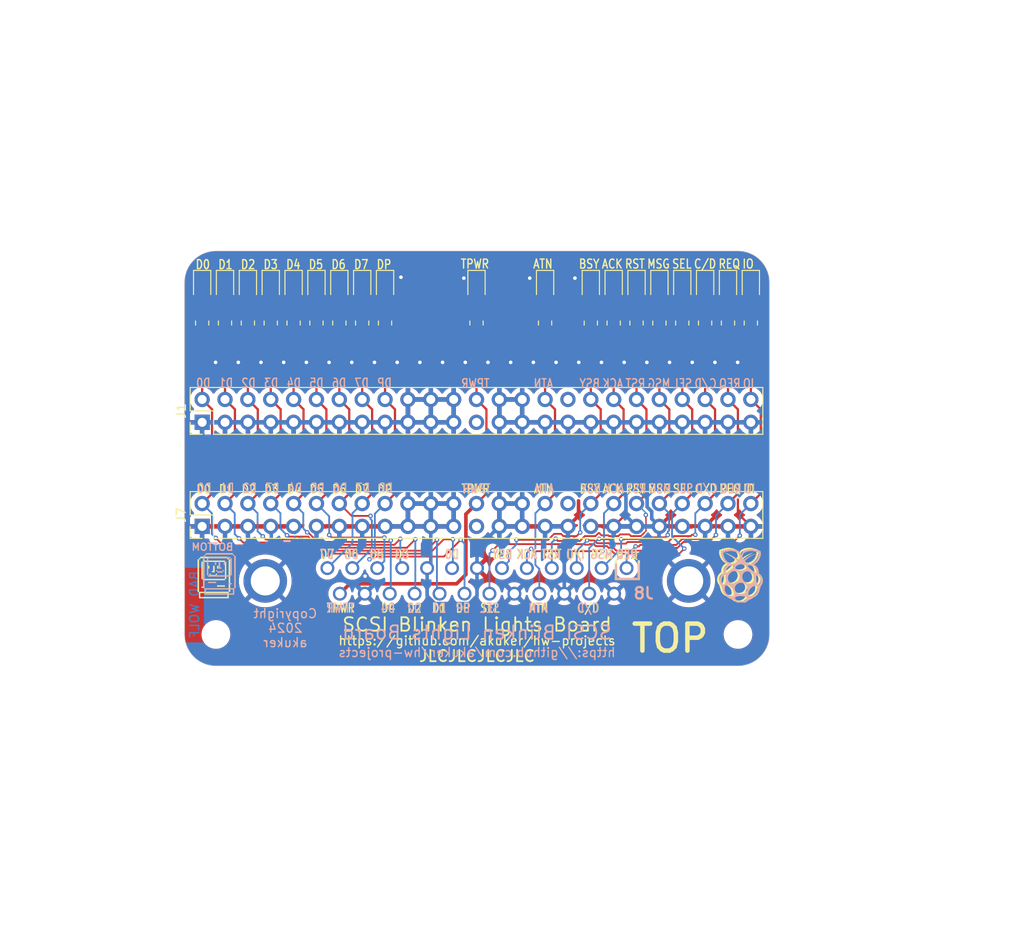
<source format=kicad_pcb>
(kicad_pcb (version 20240108) (generator "pcbnew") (generator_version "8.0")
  (layers (0 "F.Cu" signal "Top") (31 "B.Cu" signal "Bottom") (34 "B.Paste" user) (35 "F.Paste" user) (36 "B.SilkS" user "B.Silkscreen") (37 "F.SilkS" user "F.Silkscreen") (38 "B.Mask" user) (39 "F.Mask" user) (44 "Edge.Cuts" user))
  (net 0 "")
  (net 1 "GND")
  (net 2 "C-REQ")
  (net 3 "C-MSG")
  (net 4 "C-BSY")
  (net 5 "C-SEL")
  (net 6 "C-RST")
  (net 7 "C-ACK")
  (net 8 "C-ATN")
  (net 9 "C-DP")
  (net 10 "C-D0")
  (net 11 "C-D1")
  (net 12 "C-D2")
  (net 13 "C-D3")
  (net 14 "C-D4")
  (net 15 "C-D5")
  (net 16 "C-D6")
  (net 17 "C-D7")
  (net 18 "C-I_O")
  (net 19 "C-C_D")
  (net 20 "TERMPOW")
  (net 21 "Net-(D1-A)")
  (net 22 "Net-(D2-A)")
  (net 23 "Net-(D3-A)")
  (net 24 "Net-(D4-A)")
  (net 25 "Net-(D5-A)")
  (net 26 "Net-(D6-A)")
  (net 27 "Net-(D7-A)")
  (net 28 "Net-(D8-A)")
  (net 29 "Net-(D9-A)")
  (net 30 "Net-(D12-A)")
  (net 31 "Net-(D13-A)")
  (net 32 "Net-(D14-A)")
  (net 33 "Net-(D15-A)")
  (net 34 "Net-(D16-A)")
  (net 35 "Net-(D17-A)")
  (net 36 "Net-(D18-A)")
  (net 37 "Net-(D19-A)")
  (net 38 "Net-(D20-A)")
  (net 39 "Net-(D21-A)")
  (footprint "Connector_PinHeader_2.54mm:PinHeader_2x25_P2.54mm_Vertical" (layer "F.Cu") (at 176.4665 82.9945 90)
    (property "Reference" "J7")
    (property "Value" "Conn_02x25_Odd_Even")
  )
  (footprint "MountingHole:MountingHole_2.7mm" (layer "F.Cu") (at 178 95)
    (property "Reference" "H5")
    (property "Value" "Hole4")
  )
  (footprint "MountingHole:MountingHole_2.7mm" (layer "F.Cu") (at 236 95)
    (property "Reference" "H6")
    (property "Value" "Hole6")
  )
  (footprint "SamacSys_Parts:mac_happy_small" (layer "F.Cu") (at 177.8 88.646)
    (property "Reference" "X1" (hide yes))
    (property "Value" "Mac" (hide yes))
  )
  (footprint "SamacSys_Parts:pi_logo" (layer "F.Cu") (at 236.093 88.392)
    (property "Reference" "X7" (hide yes))
    (property "Value" "Pi" (hide yes))
  )
  (footprint "Resistor_SMD:R_0805_2012Metric_Pad1.20x1.40mm_HandSolder" (layer "F.Cu") (at 219.6465 60.4 90)
    (property "Reference" "R14" (hide yes))
    (property "Value" "R_Small")
  )
  (footprint "Resistor_SMD:R_0805_2012Metric_Pad1.20x1.40mm_HandSolder" (layer "F.Cu") (at 194.2465 60.4 90)
    (property "Reference" "R8" (hide yes))
    (property "Value" "R_Small")
  )
  (footprint "Resistor_SMD:R_0805_2012Metric_Pad1.20x1.40mm_HandSolder" (layer "F.Cu") (at 206.9465 60.4 90)
    (property "Reference" "R12" (hide yes))
    (property "Value" "R_Small")
  )
  (footprint "LED_SMD:LED_0805_2012Metric" (layer "F.Cu") (at 222.1865 56.24 -90)
    (property "Reference" "D15" (hide yes))
    (property "Value" "LED_Small")
  )
  (footprint "LED_SMD:LED_0805_2012Metric" (layer "F.Cu") (at 196.7865 56.24 -90)
    (property "Reference" "D9" (hide yes))
    (property "Value" "LED_Small")
  )
  (footprint "LED_SMD:LED_0805_2012Metric" (layer "F.Cu") (at 181.5465 56.24 -90)
    (property "Reference" "D3" (hide yes))
    (property "Value" "LED_Small")
  )
  (footprint "LED_SMD:LED_0805_2012Metric" (layer "F.Cu") (at 206.9465 56.24 -90)
    (property "Reference" "D12" (hide yes))
    (property "Value" "LED_Small")
  )
  (footprint "Resistor_SMD:R_0805_2012Metric_Pad1.20x1.40mm_HandSolder" (layer "F.Cu") (at 227.2665 60.4 90)
    (property "Reference" "R17" (hide yes))
    (property "Value" "R_Small")
  )
  (footprint "LED_SMD:LED_0805_2012Metric" (layer "F.Cu") (at 194.2465 56.24 -90)
    (property "Reference" "D8" (hide yes))
    (property "Value" "LED_Small")
  )
  (footprint "Resistor_SMD:R_0805_2012Metric_Pad1.20x1.40mm_HandSolder" (layer "F.Cu") (at 222.1865 60.4 90)
    (property "Reference" "R15" (hide yes))
    (property "Value" "R_Small")
  )
  (footprint "LED_SMD:LED_0805_2012Metric" (layer "F.Cu") (at 237.4265 56.24 -90)
    (property "Reference" "D21" (hide yes))
    (property "Value" "LED_Small")
  )
  (footprint "Resistor_SMD:R_0805_2012Metric_Pad1.20x1.40mm_HandSolder" (layer "F.Cu") (at 176.4665 60.4 90)
    (property "Reference" "R1" (hide yes))
    (property "Value" "R_Small")
  )
  (footprint "Resistor_SMD:R_0805_2012Metric_Pad1.20x1.40mm_HandSolder" (layer "F.Cu") (at 186.6265 60.4 90)
    (property "Reference" "R5" (hide yes))
    (property "Value" "R_Small")
  )
  (footprint "LED_SMD:LED_0805_2012Metric" (layer "F.Cu") (at 227.2665 56.24 -90)
    (property "Reference" "D17" (hide yes))
    (property "Value" "LED_Small")
  )
  (footprint "Resistor_SMD:R_0805_2012Metric_Pad1.20x1.40mm_HandSolder" (layer "F.Cu") (at 232.3465 60.4 90)
    (property "Reference" "R19" (hide yes))
    (property "Value" "R_Small")
  )
  (footprint "LED_SMD:LED_0805_2012Metric" (layer "F.Cu") (at 189.1665 56.24 -90)
    (property "Reference" "D6" (hide yes))
    (property "Value" "LED_Small")
  )
  (footprint "LED_SMD:LED_0805_2012Metric" (layer "F.Cu") (at 224.7265 56.24 -90)
    (property "Reference" "D16" (hide yes))
    (property "Value" "LED_Small")
  )
  (footprint "Resistor_SMD:R_0805_2012Metric_Pad1.20x1.40mm_HandSolder" (layer "F.Cu") (at 191.7065 60.4 90)
    (property "Reference" "R7" (hide yes))
    (property "Value" "R_Small")
  )
  (footprint "LED_SMD:LED_0805_2012Metric" (layer "F.Cu") (at 186.6265 56.24 -90)
    (property "Reference" "D5" (hide yes))
    (property "Value" "LED_Small")
  )
  (footprint "LED_SMD:LED_0805_2012Metric" (layer "F.Cu") (at 176.4665 56.24 -90)
    (property "Reference" "D1" (hide yes))
    (property "Value" "LED_Small")
  )
  (footprint "LED_SMD:LED_0805_2012Metric" (layer "F.Cu") (at 219.6465 56.24 -90)
    (property "Reference" "D14" (hide yes))
    (property "Value" "LED_Small")
  )
  (footprint "LED_SMD:LED_0805_2012Metric" (layer "F.Cu") (at 179.0065 56.24 -90)
    (property "Reference" "D2" (hide yes))
    (property "Value" "LED_Small")
  )
  (footprint "LED_SMD:LED_0805_2012Metric" (layer "F.Cu") (at 184.0865 56.24 -90)
    (property "Reference" "D4" (hide yes))
    (property "Value" "LED_Small")
  )
  (footprint "Resistor_SMD:R_0805_2012Metric_Pad1.20x1.40mm_HandSolder" (layer "F.Cu") (at 184.0865 60.4 90)
    (property "Reference" "R4" (hide yes))
    (property "Value" "R_Small")
  )
  (footprint "LED_SMD:LED_0805_2012Metric" (layer "F.Cu") (at 232.3465 56.24 -90)
    (property "Reference" "D19" (hide yes))
    (property "Value" "LED_Small")
  )
  (footprint "LED_SMD:LED_0805_2012Metric" (layer "F.Cu") (at 214.5665 56.24 -90)
    (property "Reference" "D13" (hide yes))
    (property "Value" "LED_Small")
  )
  (footprint "Resistor_SMD:R_0805_2012Metric_Pad1.20x1.40mm_HandSolder" (layer "F.Cu") (at 179.0065 60.4 90)
    (property "Reference" "R2" (hide yes))
    (property "Value" "R_Small")
  )
  (footprint "Resistor_SMD:R_0805_2012Metric_Pad1.20x1.40mm_HandSolder" (layer "F.Cu") (at 234.8865 60.4 90)
    (property "Reference" "R20" (hide yes))
    (property "Value" "R_Small")
  )
  (footprint "Resistor_SMD:R_0805_2012Metric_Pad1.20x1.40mm_HandSolder" (layer "F.Cu") (at 229.8065 60.4 90)
    (property "Reference" "R18" (hide yes))
    (property "Value" "R_Small")
  )
  (footprint "LED_SMD:LED_0805_2012Metric" (layer "F.Cu") (at 191.7065 56.24 -90)
    (property "Reference" "D7" (hide yes))
    (property "Value" "LED_Small")
  )
  (footprint "Connector_PinHeader_2.54mm:PinHeader_2x25_P2.54mm_Vertical" (layer "F.Cu") (at 176.4665 71.43 90)
    (property "Reference" "J1")
    (property "Value" "Conn_02x25_Odd_Even")
  )
  (footprint "LED_SMD:LED_0805_2012Metric" (layer "F.Cu") (at 234.8865 56.24 -90)
    (property "Reference" "D20" (hide yes))
    (property "Value" "LED_Small")
  )
  (footprint "Resistor_SMD:R_0805_2012Metric_Pad1.20x1.40mm_HandSolder" (layer "F.Cu") (at 196.7865 60.4 90)
    (property "Reference" "R9" (hide yes))
    (property "Value" "R_Small")
  )
  (footprint "Resistor_SMD:R_0805_2012Metric_Pad1.20x1.40mm_HandSolder" (layer "F.Cu") (at 181.5465 60.4 90)
    (property "Reference" "R3" (hide yes))
    (property "Value" "R_Small")
  )
  (footprint "Resistor_SMD:R_0805_2012Metric_Pad1.20x1.40mm_HandSolder" (layer "F.Cu") (at 224.7265 60.4 90)
    (property "Reference" "R16" (hide yes))
    (property "Value" "R_Small")
  )
  (footprint "Resistor_SMD:R_0805_2012Metric_Pad1.20x1.40mm_HandSolder" (layer "F.Cu") (at 214.5665 60.4 90)
    (property "Reference" "R13" (hide yes))
    (property "Value" "R_Small")
  )
  (footprint "LED_SMD:LED_0805_2012Metric" (layer "F.Cu") (at 229.8065 56.24 -90)
    (property "Reference" "D18" (hide yes))
    (property "Value" "LED_Small")
  )
  (footprint "Resistor_SMD:R_0805_2012Metric_Pad1.20x1.40mm_HandSolder" (layer "F.Cu") (at 189.1665 60.4 90)
    (property "Reference" "R6" (hide yes))
    (property "Value" "R_Small")
  )
  (footprint "Resistor_SMD:R_0805_2012Metric_Pad1.20x1.40mm_HandSolder" (layer "F.Cu") (at 237.4265 60.4 90)
    (property "Reference" "R21" (hide yes))
    (property "Value" "R_Small")
  )
  (footprint "SamacSys_Parts:pi_logo" (layer "B.Cu") (at 236.347 88.519 180)
    (property "Reference" "X4" (hide yes))
    (property "Value" "Raspberry Pi" (hide yes))
  )
  (footprint "SamacSys_Parts:mac_happy_small" (layer "B.Cu") (at 178.345364 88.246909 180)
    (property "Reference" "X3" (hide yes))
    (property "Value" "Mac2" (hide yes))
  )
  (footprint "SamacSys_Parts:L717SDB25PA4CH4F" (layer "B.Cu") (at 223.62 87.63 180)
    (property "Reference" "J8")
    (property "Value" "CONFLY DB25" (hide yes))
  )
  (gr_line (start 222.377 87.1855) (end 222.377 88.9) (stroke (width 0.12)) (layer "B.SilkS"))
  (gr_line (start 222.377 88.9) (end 225.044 88.9) (stroke (width 0.12)) (layer "B.SilkS"))
  (gr_line (start 222.504 87.1855) (end 222.504 88.773) (stroke (width 0.12)) (layer "B.SilkS"))
  (gr_line (start 222.504 88.773) (end 224.917 88.773) (stroke (width 0.12)) (layer "B.SilkS"))
  (gr_line (start 222.377 88.9) (end 225.044 88.9) (stroke (width 0.12)) (layer "B.SilkS"))
  (gr_line (start 225.044 88.9) (end 225.044 87.1855) (stroke (width 0.12)) (layer "B.SilkS"))
  (gr_line (start 222.504 88.773) (end 224.917 88.773) (stroke (width 0.12)) (layer "B.SilkS"))
  (gr_line (start 224.917 88.773) (end 224.917 87.1855) (stroke (width 0.12)) (layer "B.SilkS"))
  (gr_line (start 222.377 88.9) (end 222.377 86.8) (stroke (width 0.12)) (layer "F.SilkS"))
  (gr_line (start 225.044 86.8) (end 225.044 88.9) (stroke (width 0.12)) (layer "F.SilkS"))
  (gr_line (start 224.917 86.8) (end 224.917 88.773) (stroke (width 0.12)) (layer "F.SilkS"))
  (gr_line (start 222.504 88.773) (end 222.504 86.8) (stroke (width 0.12)) (layer "F.SilkS"))
  (gr_line (start 224.917 88.773) (end 222.504 88.773) (stroke (width 0.12)) (layer "F.SilkS"))
  (gr_line (start 225.044 88.9) (end 222.377 88.9) (stroke (width 0.12)) (layer "F.SilkS"))
  (gr_line (start 178 98.496) (end 236 98.496) (stroke (width 0.05)) (layer "Edge.Cuts"))
  (gr_arc (start 236 52.39) (mid 238.474874 53.415126) (end 239.5 55.89) (stroke (width 0.05)) (layer "Edge.Cuts"))
  (gr_line (start 178 52.39) (end 236 52.39) (stroke (width 0.05)) (layer "Edge.Cuts"))
  (gr_arc (start 174.5 55.89) (mid 175.525126 53.415126) (end 178 52.39) (stroke (width 0.05)) (layer "Edge.Cuts"))
  (gr_arc (start 178 98.496) (mid 175.525126 97.470874) (end 174.5 94.996) (stroke (width 0.05)) (layer "Edge.Cuts"))
  (gr_arc (start 239.5 94.996) (mid 238.474874 97.470874) (end 236 98.496) (stroke (width 0.05)) (layer "Edge.Cuts"))
  (gr_line (start 174.5 55.89) (end 174.5 94.996) (stroke (width 0.05)) (layer "Edge.Cuts"))
  (gr_line (start 239.5 55.89) (end 239.5 94.996) (stroke (width 0.05)) (layer "Edge.Cuts"))
  (gr_text "BAD WOLF" (at 175.62 91.69 90) (layer "B.Cu") (effects (font (size 1 1)) (justify mirror)))
  (gr_text "https://github.com/akuker/hw-projects" (at 207 97 0) (layer "B.SilkS") (effects (font (size 1 1)) (justify mirror)))
  (gr_text "BOTTOM" (at 177.6095 85.2805 0) (layer "B.SilkS") (effects (font (size 0.8 0.8)) (justify mirror)))
  (gr_text "BSY" (at 209.804 86.106 0) (layer "B.SilkS") (effects (font (size 1 0.8)) (justify mirror)))
  (gr_text "MSG" (at 220.853 86.106 0) (layer "B.SilkS") (effects (font (size 1 0.8)) (justify mirror)))
  (gr_text "ACK" (at 212.5345 86.106 0) (layer "B.SilkS") (effects (font (size 1 0.8)) (justify mirror)))
  (gr_text "ATN" (at 213.8045 92.075 0) (layer "B.SilkS") (effects (font (size 1 0.8)) (justify mirror)))
  (gr_text "I/O" (at 217.932 86.106 0) (layer "B.SilkS") (effects (font (size 1 0.8)) (justify mirror)))
  (gr_text "REQ" (at 223.647 86.106 0) (layer "B.SilkS") (effects (font (size 1 0.8)) (justify mirror)))
  (gr_text "C/D" (at 219.329 92.075 0) (layer "B.SilkS") (effects (font (size 1 0.8)) (justify mirror)))
  (gr_text "D0" (at 204.216 86.106 0) (layer "B.SilkS") (effects (font (size 1 0.8)) (justify mirror)))
  (gr_text "D2" (at 200.025 92.075 0) (layer "B.SilkS") (effects (font (size 1 0.8)) (justify mirror)))
  (gr_text "TPWR" (at 191.8335 92.075 0) (layer "B.SilkS") (effects (font (size 1 0.8)) (justify mirror)))
  (gr_text "D7" (at 190.3095 86.106 0) (layer "B.SilkS") (effects (font (size 1 0.8)) (justify mirror)))
  (gr_text "D5" (at 195.834 86.106 0) (layer "B.SilkS") (effects (font (size 1 0.8)) (justify mirror)))
  (gr_text "D1" (at 202.7555 92.075 0) (layer "B.SilkS") (effects (font (size 1 0.8)) (justify mirror)))
  (gr_text "D6" (at 193.04 86.106 0) (layer "B.SilkS") (effects (font (size 1 0.8)) (justify mirror)))
  (gr_text "SEL" (at 208.407 92.075 0) (layer "B.SilkS") (effects (font (size 1 0.8)) (justify mirror)))
  (gr_text "D4" (at 197.104 92.075 0) (layer "B.SilkS") (effects (font (size 1 0.8)) (justify mirror)))
  (gr_text "DP" (at 205.4225 92.075 0) (layer "B.SilkS") (effects (font (size 1 0.8)) (justify mirror)))
  (gr_text "RST" (at 215.265 86.106 0) (layer "B.SilkS") (effects (font (size 1 0.8)) (justify mirror)))
  (gr_text "D3" (at 198.628 86.106 0) (layer "B.SilkS") (effects (font (size 1 0.8)) (justify mirror)))
  (gr_text "DP" (at 196.85 78.74 0) (layer "B.SilkS") (effects (font (size 1 0.8)) (justify mirror)))
  (gr_text "C/D" (at 232.522448 78.8035 0) (layer "B.SilkS") (effects (font (size 1 0.8)) (justify mirror)))
  (gr_text "ATN" (at 214.503 78.8035 0) (layer "B.SilkS") (effects (font (size 1 0.8)) (justify mirror)))
  (gr_text "ACK" (at 222.206452 78.8035 0) (layer "B.SilkS") (effects (font (size 1 0.8)) (justify mirror)))
  (gr_text "D4" (at 186.775724 78.74 0) (layer "B.SilkS") (effects (font (size 1 0.8)) (justify mirror)))
  (gr_text "D7" (at 194.317142 78.74 0) (layer "B.SilkS") (effects (font (size 1 0.8)) (justify mirror)))
  (gr_text "D3" (at 184.261918 78.74 0) (layer "B.SilkS") (effects (font (size 1 0.8)) (justify mirror)))
  (gr_text "TPWR" (at 206.9465 78.8035 0) (layer "B.SilkS") (effects (font (size 1 0.8)) (justify mirror)))
  (gr_text "MSG" (at 227.345403 78.8035 0) (layer "B.SilkS") (effects (font (size 1 0.8)) (justify mirror)))
  (gr_text "D1" (at 179.234306 78.74 0) (layer "B.SilkS") (effects (font (size 1 0.8)) (justify mirror)))
  (gr_text "RST" (at 224.728308 78.8035 0) (layer "B.SilkS") (effects (font (size 1 0.8)) (justify mirror)))
  (gr_text "IO" (at 237.2995 78.8035 0) (layer "B.SilkS") (effects (font (size 1 0.8)) (justify mirror)))
  (gr_text "REQ" (at 235.215733 78.8035 0) (layer "B.SilkS") (effects (font (size 1 0.8)) (justify mirror)))
  (gr_text "SEL" (at 229.943449 78.8035 0) (layer "B.SilkS") (effects (font (size 1 0.8)) (justify mirror)))
  (gr_text "BSY" (at 219.6465 78.8035 0) (layer "B.SilkS") (effects (font (size 1 0.8)) (justify mirror)))
  (gr_text "D6" (at 191.803336 78.74 0) (layer "B.SilkS") (effects (font (size 1 0.8)) (justify mirror)))
  (gr_text "D5" (at 189.28953 78.74 0) (layer "B.SilkS") (effects (font (size 1 0.8)) (justify mirror)))
  (gr_text "D2" (at 181.748112 78.74 0) (layer "B.SilkS") (effects (font (size 1 0.8)) (justify mirror)))
  (gr_text "D0" (at 176.7205 78.74 0) (layer "B.SilkS") (effects (font (size 1 0.8)) (justify mirror)))
  (gr_text "BSY" (at 219.520776 67.1335 0) (layer "B.SilkS") (effects (font (size 1 0.8)) (justify mirror)))
  (gr_text "D7" (at 194.191418 67.07 0) (layer "B.SilkS") (effects (font (size 1 0.8)) (justify mirror)))
  (gr_text "D6" (at 191.677612 67.07 0) (layer "B.SilkS") (effects (font (size 1 0.8)) (justify mirror)))
  (gr_text "REQ" (at 235.090009 67.1335 0) (layer "B.SilkS") (effects (font (size 1 0.8)) (justify mirror)))
  (gr_text "MSG" (at 227.219679 67.1335 0) (layer "B.SilkS") (effects (font (size 1 0.8)) (justify mirror)))
  (gr_text "TPWR" (at 206.820776 67.1335 0) (layer "B.SilkS") (effects (font (size 1 0.8)) (justify mirror)))
  (gr_text "C/D" (at 232.396724 67.1335 0) (layer "B.SilkS") (effects (font (size 1 0.8)) (justify mirror)))
  (gr_text "D0" (at 176.594776 67.07 0) (layer "B.SilkS") (effects (font (size 1 0.8)) (justify mirror)))
  (gr_text "D5" (at 189.163806 67.07 0) (layer "B.SilkS") (effects (font (size 1 0.8)) (justify mirror)))
  (gr_text "D1" (at 179.108582 67.07 0) (layer "B.SilkS") (effects (font (size 1 0.8)) (justify mirror)))
  (gr_text "IO" (at 237.173776 67.1335 0) (layer "B.SilkS") (effects (font (size 1 0.8)) (justify mirror)))
  (gr_text "Copyright\n2024\nakuker" (at 185.71 94.29 0) (layer "B.SilkS") (effects (font (size 1 1)) (justify mirror)))
  (gr_text "D2" (at 181.622388 67.07 0) (layer "B.SilkS") (effects (font (size 1 0.8)) (justify mirror)))
  (gr_text "ATN" (at 214.377276 67.1335 0) (layer "B.SilkS") (effects (font (size 1 0.8)) (justify mirror)))
  (gr_text "D3" (at 184.136194 67.07 0) (layer "B.SilkS") (effects (font (size 1 0.8)) (justify mirror)))
  (gr_text "SEL" (at 229.817725 67.1335 0) (layer "B.SilkS") (effects (font (size 1 0.8)) (justify mirror)))
  (gr_text "SCSI Blinken Lights Board" (at 207 94.8 0) (layer "B.SilkS") (effects (font (size 1.5 1.5) (thickness 0.2)) (justify mirror)))
  (gr_text "D4" (at 186.65 67.07 0) (layer "B.SilkS") (effects (font (size 1 0.8)) (justify mirror)))
  (gr_text "DP" (at 196.724276 67.07 0) (layer "B.SilkS") (effects (font (size 1 0.8)) (justify mirror)))
  (gr_text "RST" (at 224.602584 67.1335 0) (layer "B.SilkS") (effects (font (size 1 0.8)) (justify mirror)))
  (gr_text "ACK" (at 222.080728 67.1335 0) (layer "B.SilkS") (effects (font (size 1 0.8)) (justify mirror)))
  (gr_text "https://github.com/akuker/hw-projects" (at 207 95.7 0) (layer "F.SilkS") (effects (font (size 1 1))))
  (gr_text "D5" (at 189.187458 78.9 0) (layer "F.SilkS") (effects (font (size 1 0.8))))
  (gr_text "D1" (at 179.132234 78.9 0) (layer "F.SilkS") (effects (font (size 1 0.8))))
  (gr_text "D7" (at 194.136642 53.9 0) (layer "F.SilkS") (effects (font (size 1 0.8))))
  (gr_text "MSG" (at 227.164903 53.8365 0) (layer "F.SilkS") (effects (font (size 1 0.8))))
  (gr_text "BSY" (at 219.466 53.8365 0) (layer "F.SilkS") (effects (font (size 1 0.8))))
  (gr_text "ATN" (at 214.3225 53.8365 0) (layer "F.SilkS") (effects (font (size 1 0.8))))
  (gr_text "ACK" (at 212.5745 86.09 0) (layer "F.SilkS") (effects (font (size 1 0.8))))
  (gr_text "DP" (at 205.4625 92.059 0) (layer "F.SilkS") (effects (font (size 1 0.8))))
  (gr_text "D2" (at 200.065 92.059 0) (layer "F.SilkS") (effects (font (size 1 0.8))))
  (gr_text "D6" (at 193.08 86.09 0) (layer "F.SilkS") (effects (font (size 1 0.8))))
  (gr_text "MSG" (at 220.893 86.09 0) (layer "F.SilkS") (effects (font (size 1 0.8))))
  (gr_text "REQ" (at 223.687 86.09 0) (layer "F.SilkS") (effects (font (size 1 0.8))))
  (gr_text "C/D" (at 232.341948 53.8365 0) (layer "F.SilkS") (effects (font (size 1 0.8))))
  (gr_text "D1" (at 202.7955 92.059 0) (layer "F.SilkS") (effects (font (size 1 0.8))))
  (gr_text "D3" (at 184.081418 53.9 0) (layer "F.SilkS") (effects (font (size 1 0.8))))
  (gr_text "SCSI Blinken Lights Board" (at 207 93.9 0) (layer "F.SilkS") (effects (font (size 1.5 1.5) (thickness 0.2))))
  (gr_text "IO" (at 237.197428 78.8365 0) (layer "F.SilkS") (effects (font (size 1 0.8))))
  (gr_text "D0" (at 176.54 53.9 0) (layer "F.SilkS") (effects (font (size 1 0.8))))
  (gr_text "BSY" (at 219.544428 78.8365 0) (layer "F.SilkS") (effects (font (size 1 0.8))))
  (gr_text "RST" (at 215.305 86.09 0) (layer "F.SilkS") (effects (font (size 1 0.8))))
  (gr_text "D7" (at 190.3495 86.09 0) (layer "F.SilkS") (effects (font (size 1 0.8))))
  (gr_text "TPWR" (at 206.766 53.8365 0) (layer "F.SilkS") (effects (font (size 1 0.8))))
  (gr_text "D6" (at 191.701264 78.9 0) (layer "F.SilkS") (effects (font (size 1 0.8))))
  (gr_text "D0" (at 176.618428 78.9 0) (layer "F.SilkS") (effects (font (size 1 0.8))))
  (gr_text "SEL" (at 229.762949 53.8365 0) (layer "F.SilkS") (effects (font (size 1 0.8))))
  (gr_text "D2" (at 181.64604 78.9 0) (layer "F.SilkS") (effects (font (size 1 0.8))))
  (gr_text "D5" (at 189.10903 53.9 0) (layer "F.SilkS") (effects (font (size 1 0.8))))
  (gr_text "MSG" (at 227.243331 78.8365 0) (layer "F.SilkS") (effects (font (size 1 0.8))))
  (gr_text "IO" (at 237.119 53.8365 0) (layer "F.SilkS") (effects (font (size 1 0.8))))
  (gr_text "ATN" (at 214.400928 78.8365 0) (layer "F.SilkS") (effects (font (size 1 0.8))))
  (gr_text "D5" (at 195.874 86.09 0) (layer "F.SilkS") (effects (font (size 1 0.8))))
  (gr_text "I/O" (at 217.972 86.09 0) (layer "F.SilkS") (effects (font (size 1 0.8))))
  (gr_text "TPWR" (at 206.844428 78.8365 0) (layer "F.SilkS") (effects (font (size 1 0.8))))
  (gr_text "SEL" (at 229.841377 78.8365 0) (layer "F.SilkS") (effects (font (size 1 0.8))))
  (gr_text "D4" (at 186.673652 78.9 0) (layer "F.SilkS") (effects (font (size 1 0.8))))
  (gr_text "ACK" (at 222.025952 53.8365 0) (layer "F.SilkS") (effects (font (size 1 0.8))))
  (gr_text "D3" (at 184.159846 78.9 0) (layer "F.SilkS") (effects (font (size 1 0.8))))
  (gr_text "D4" (at 197.144 92.059 0) (layer "F.SilkS") (effects (font (size 1 0.8))))
  (gr_text "D1" (at 179.053806 53.9 0) (layer "F.SilkS") (effects (font (size 1 0.8))))
  (gr_text "TPWR" (at 191.8735 92.059 0) (layer "F.SilkS") (effects (font (size 1 0.8))))
  (gr_text "C/D" (at 232.420376 78.8365 0) (layer "F.SilkS") (effects (font (size 1 0.8))))
  (gr_text "JLCJLCJLCJLC" (at 207 97.4 0) (layer "F.SilkS") (effects (font (size 1.25 1.25) (thickness 0.2))))
  (gr_text "DP" (at 196.6695 53.9 0) (layer "F.SilkS") (effects (font (size 1 0.8))))
  (gr_text "REQ" (at 235.035233 53.8365 0) (layer "F.SilkS") (effects (font (size 1 0.8))))
  (gr_text "BSY" (at 209.844 86.09 0) (layer "F.SilkS") (effects (font (size 1 0.8))))
  (gr_text "C/D" (at 219.369 92.059 0) (layer "F.SilkS") (effects (font (size 1 0.8))))
  (gr_text "REQ" (at 235.113661 78.8365 0) (layer "F.SilkS") (effects (font (size 1 0.8))))
  (gr_text "D3" (at 198.668 86.09 0) (layer "F.SilkS") (effects (font (size 1 0.8))))
  (gr_text "D4" (at 186.595224 53.9 0) (layer "F.SilkS") (effects (font (size 1 0.8))))
  (gr_text "D6" (at 191.622836 53.9 0) (layer "F.SilkS") (effects (font (size 1 0.8))))
  (gr_text "RST" (at 224.547808 53.8365 0) (layer "F.SilkS") (effects (font (size 1 0.8))))
  (gr_text "SEL" (at 208.447 92.059 0) (layer "F.SilkS") (effects (font (size 1 0.8))))
  (gr_text "D0" (at 204.256 86.09 0) (layer "F.SilkS") (effects (font (size 1 0.8))))
  (gr_text "RST" (at 224.626236 78.8365 0) (layer "F.SilkS") (effects (font (size 1 0.8))))
  (gr_text "ATN" (at 213.8445 92.059 0) (layer "F.SilkS") (effects (font (size 1 0.8))))
  (gr_text "D7" (at 194.21507 78.9 0) (layer "F.SilkS") (effects (font (size 1 0.8))))
  (gr_text "TOP" (at 228.45 95.43 0) (layer "F.SilkS") (effects (font (size 3 3) (thickness 0.5))))
  (gr_text "ACK" (at 222.10438 78.8365 0) (layer "F.SilkS") (effects (font (size 1 0.8))))
  (gr_text "D2" (at 181.567612 53.9 0) (layer "F.SilkS") (effects (font (size 1 0.8))))
  (gr_text "DP" (at 196.747928 78.9 0) (layer "F.SilkS") (effects (font (size 1 0.8))))
  (segment (start 222.1865 82.9945) (end 223.288011 81.892989) (width 0.25) (layer "F.Cu") (net 1))
  (segment (start 233.523011 81.817989) (end 232.3465 82.9945) (width 0.4) (layer "F.Cu") (net 1))
  (segment (start 237.4265 82.9945) (end 235.988011 81.556011) (width 0.25) (layer "F.Cu") (net 1))
  (segment (start 217.1065 82.9945) (end 218.283011 81.817989) (width 0.4) (layer "F.Cu") (net 1))
  (segment (start 218.283011 81.817989) (end 218.283011 80.15415) (width 0.4) (layer "F.Cu") (net 1))
  (segment (start 227.2665 82.9945) (end 228.443011 81.817989) (width 0.4) (layer "F.Cu") (net 1))
  (segment (start 235.988011 81.556011) (end 235.988011 79.998238) (width 0.25) (layer "F.Cu") (net 1))
  (via (at 220.829563 64.77) (size 0.8) (drill 0.4) (layers "F.Cu" "B.Cu") (net 1))
  (via (at 210.742607 64.77) (size 0.8) (drill 0.4) (layers "F.Cu" "B.Cu") (net 1))
  (via (at 217.88 55.41) (size 0.8) (drill 0.4) (layers "F.Cu" "B.Cu") (net 1))
  (via (at 223.351302 64.77) (size 0.8) (drill 0.4) (layers "F.Cu" "B.Cu") (net 1))
  (via (at 198.55 55.31) (size 0.8) (drill 0.4) (layers "F.Cu" "B.Cu") (net 1))
  (via (at 225.873041 64.77) (size 0.8) (drill 0.4) (layers "F.Cu" "B.Cu") (net 1))
  (via (at 205.699129 64.77) (size 0.8) (drill 0.4) (layers "F.Cu" "B.Cu") (net 1))
  (via (at 230.916519 64.77) (size 0.8) (drill 0.4) (layers "F.Cu" "B.Cu") (net 1))
  (via (at 203.17739 64.77) (size 0.8) (drill 0.4) (layers "F.Cu" "B.Cu") (net 1))
  (via (at 195.612173 64.77) (size 0.8) (drill 0.4) (layers "F.Cu" "B.Cu") (net 1))
  (via (at 212.86 55.41) (size 0.8) (drill 0.4) (layers "F.Cu" "B.Cu") (net 1))
  (via (at 198.133912 64.77) (size 0.8) (drill 0.4) (layers "F.Cu" "B.Cu") (net 1))
  (via (at 185.525217 64.77) (size 0.8) (drill 0.4) (layers "F.Cu" "B.Cu") (net 1))
  (via (at 228.39478 64.77) (size 0.8) (drill 0.4) (layers "F.Cu" "B.Cu") (net 1))
  (via (at 205.54 55.41) (size 0.8) (drill 0.4) (layers "F.Cu" "B.Cu") (net 1))
  (via (at 180.481739 64.77) (size 0.8) (drill 0.4) (layers "F.Cu" "B.Cu") (net 1))
  (via (at 218.307824 64.77) (size 0.8) (drill 0.4) (layers "F.Cu" "B.Cu") (net 1))
  (via (at 177.96 64.77) (size 0.8) (drill 0.4) (layers "F.Cu" "B.Cu") (net 1))
  (via (at 188.046956 64.77) (size 0.8) (drill 0.4) (layers "F.Cu" "B.Cu") (net 1))
  (via (at 200.655651 64.77) (size 0.8) (drill 0.4) (layers "F.Cu" "B.Cu") (net 1))
  (via (at 215.786085 64.77) (size 0.8) (drill 0.4) (layers "F.Cu" "B.Cu") (net 1))
  (via (at 194.564 88.519) (size 0.8) (drill 0.4) (layers "F.Cu" "B.Cu") (net 1))
  (via (at 190.568695 64.77) (size 0.8) (drill 0.4) (layers "F.Cu" "B.Cu") (net 1))
  (via (at 208.220868 64.77) (size 0.8) (drill 0.4) (layers "F.Cu" "B.Cu") (net 1))
  (via (at 193.090434 64.77) (size 0.8) (drill 0.4) (layers "F.Cu" "B.Cu") (net 1))
  (via (at 233.438258 64.77) (size 0.8) (drill 0.4) (layers "F.Cu" "B.Cu") (net 1))
  (via (at 235.96 64.77) (size 0.8) (drill 0.4) (layers "F.Cu" "B.Cu") (net 1))
  (via (at 213.264346 64.77) (size 0.8) (drill 0.4) (layers "F.Cu" "B.Cu") (net 1))
  (via (at 183.003478 64.77) (size 0.8) (drill 0.4) (layers "F.Cu" "B.Cu") (net 1))
  (segment (start 207.0016 90.712262) (end 207.0016 87.63) (width 0.4) (layer "B.Cu") (net 1))
  (segment (start 201.8665 87.2251) (end 201.4616 87.63) (width 0.4) (layer "B.Cu") (net 1))
  (segment (start 224.453962 78.44) (end 223.54 78.44) (width 0.4) (layer "B.Cu") (net 1))
  (segment (start 227.2665 82.9945) (end 226.416501 82.144501) (width 0.4) (layer "B.Cu") (net 1))
  (segment (start 207.0016 85.4794) (end 207.0016 87.63) (width 0.4) (layer "B.Cu") (net 1))
  (segment (start 226.416501 82.144501) (end 226.416501 81.346463) (width 0.4) (layer "B.Cu") (net 1))
  (segment (start 225.903501 80.833463) (end 225.903501 79.889539) (width 0.4) (layer "B.Cu") (net 1))
  (segment (start 223.549499 78.449499) (end 223.54 78.44) (width 0.4) (layer "B.Cu") (net 1))
  (segment (start 202.318839 91.569501) (end 206.144361 91.569501) (width 0.4) (layer "B.Cu") (net 1))
  (segment (start 223.549499 81.817499) (end 223.549499 78.449499) (width 0.4) (layer "B.Cu") (net 1))
  (segment (start 217.1065 84.196581) (end 216.6966 84.606481) (width 0.4) (layer "B.Cu") (net 1))
  (segment (start 225.903501 79.889539) (end 224.453962 78.44) (width 0.4) (layer "B.Cu") (net 1))
  (segment (start 216.6966 84.606481) (end 216.6966 90.47) (width 0.4) (layer "B.Cu") (net 1))
  (segment (start 206.144361 91.569501) (end 207.0016 90.712262) (width 0.4) (layer "B.Cu") (net 1))
  (segment (start 201.4616 90.712262) (end 202.318839 91.569501) (width 0.4) (layer "B.Cu") (net 1))
  (segment (start 201.8665 82.9945) (end 201.8665 87.2251) (width 0.4) (layer "B.Cu") (net 1))
  (segment (start 201.4616 87.63) (end 201.4616 90.712262) (width 0.4) (layer "B.Cu") (net 1))
  (segment (start 226.416501 81.346463) (end 225.903501 80.833463) (width 0.4) (layer "B.Cu") (net 1))
  (segment (start 209.4865 82.9945) (end 207.0016 85.4794) (width 0.4) (layer "B.Cu") (net 1))
  (segment (start 224.7265 82.9945) (end 223.549499 81.817499) (width 0.4) (layer "B.Cu") (net 1))
  (segment (start 217.1065 82.9945) (end 217.1065 84.196581) (width 0.4) (layer "B.Cu") (net 1))
  (segment (start 229.135004 85.052534) (end 225.13504 85.052534) (width 0.2) (layer "F.Cu") (net 2))
  (segment (start 235.9885 79.3525) (end 234.8865 80.4545) (width 0.25) (layer "F.Cu") (net 2))
  (segment (start 233.101488 84.398512) (end 229.789026 84.398512) (width 0.2) (layer "F.Cu") (net 2))
  (segment (start 235.9885 69.992) (end 235.9885 79.3525) (width 0.25) (layer "F.Cu") (net 2))
  (segment (start 234.8865 68.89) (end 234.8865 61.4) (width 0.25) (layer "F.Cu") (net 2))
  (segment (start 229.789026 84.398512) (end 229.135004 85.052534) (width 0.2) (layer "F.Cu") (net 2))
  (segment (start 233.55 83.95) (end 233.101488 84.398512) (width 0.2) (layer "F.Cu") (net 2))
  (segment (start 224.972861 85.214713) (end 224.619308 85.214713) (width 0.2) (layer "F.Cu") (net 2))
  (segment (start 225.13504 85.052534) (end 224.972861 85.214713) (width 0.2) (layer "F.Cu") (net 2))
  (segment (start 234.8865 68.89) (end 235.9885 69.992) (width 0.25) (layer "F.Cu") (net 2))
  (via (at 224.619308 85.214713) (size 0.5) (drill 0.25) (layers "F.Cu" "B.Cu") (net 2))
  (via (at 233.55 83.95) (size 0.5) (drill 0.25) (layers "F.Cu" "B.Cu") (net 2))
  (segment (start 233.55 81.791) (end 234.8865 80.4545) (width 0.2) (layer "B.Cu") (net 2))
  (segment (start 223.6216 86.212421) (end 224.619308 85.214713) (width 0.2) (layer "B.Cu") (net 2))
  (segment (start 233.55 83.95) (end 233.55 81.791) (width 0.2) (layer "B.Cu") (net 2))
  (segment (start 223.6216 87.63) (end 223.6216 86.212421) (width 0.2) (layer "B.Cu") (net 2))
  (segment (start 225.378913 84.398512) (end 223.40315 84.398512) (width 0.2) (layer "F.Cu") (net 3))
  (segment (start 225.568458 84.208967) (end 225.378913 84.398512) (width 0.2) (layer "F.Cu") (net 3))
  (segment (start 228.193502 83.95) (end 227.934535 84.208967) (width 0.2) (layer "F.Cu") (net 3))
  (segment (start 223.371503 84.430159) (end 223.01795 84.430159) (width 0.2) (layer "F.Cu") (net 3))
  (segment (start 227.2665 68.89) (end 227.2665 61.4) (width 0.25) (layer "F.Cu") (net 3))
  (segment (start 228.3685 79.3525) (end 227.2665 80.4545) (width 0.25) (layer "F.Cu") (net 3))
  (segment (start 228.3685 69.992) (end 228.3685 79.3525) (width 0.25) (layer "F.Cu") (net 3))
  (segment (start 223.40315 84.398512) (end 223.371503 84.430159) (width 0.2) (layer "F.Cu") (net 3))
  (segment (start 227.2665 68.89) (end 228.3685 69.992) (width 0.25) (layer "F.Cu") (net 3))
  (segment (start 227.934535 84.208967) (end 225.568458 84.208967) (width 0.2) (layer "F.Cu") (net 3))
  (via (at 223.01795 84.430159) (size 0.5) (drill 0.25) (layers "F.Cu" "B.Cu") (net 3))
  (via (at 228.193502 83.95) (size 0.5) (drill 0.25) (layers "F.Cu" "B.Cu") (net 3))
  (segment (start 220.8516 87.63) (end 223.01795 85.46365) (width 0.2) (layer "B.Cu") (net 3))
  (segment (start 223.01795 85.46365) (end 223.01795 84.430159) (width 0.2) (layer "B.Cu") (net 3))
  (segment (start 228.193502 83.596447) (end 228.193502 83.95) (width 0.2) (layer "B.Cu") (net 3))
  (segment (start 228.343501 81.531501) (end 228.343501 83.446448) (width 0.2) (layer "B.Cu") (net 3))
  (segment (start 227.2665 80.4545) (end 228.343501 81.531501) (width 0.2) (layer "B.Cu") (net 3))
  (segment (start 228.343501 83.446448) (end 228.193502 83.596447) (width 0.2) (layer "B.Cu") (net 3))
  (segment (start 219.6465 68.89) (end 219.6465 61.4) (width 0.25) (layer "F.Cu") (net 4))
  (segment (start 218.071489 84.071501) (end 216.589539 84.071501) (width 0.2) (layer "F.Cu") (net 4))
  (segment (start 219.6465 68.89) (end 220.7485 69.992) (width 0.25) (layer "F.Cu") (net 4))
  (segment (start 216.589539 84.071501) (end 216.341027 83.822989) (width 0.2) (layer "F.Cu") (net 4))
  (segment (start 215.571049 83.822989) (end 214.909206 84.484832) (width 0.2) (layer "F.Cu") (net 4))
  (segment (start 214.909206 84.484832) (end 211.38701 84.484832) (width 0.2) (layer "F.Cu") (net 4))
  (segment (start 220.7485 79.3525) (end 219.6465 80.4545) (width 0.25) (layer "F.Cu") (net 4))
  (segment (start 218.47 83.67299) (end 218.071489 84.071501) (width 0.2) (layer "F.Cu") (net 4))
  (segment (start 220.7485 69.992) (end 220.7485 79.3525) (width 0.25) (layer "F.Cu") (net 4))
  (segment (start 216.341027 83.822989) (end 215.571049 83.822989) (width 0.2) (layer "F.Cu") (net 4))
  (via (at 218.47 83.67299) (size 0.5) (drill 0.25) (layers "F.Cu" "B.Cu") (net 4))
  (via (at 211.38701 84.484832) (size 0.5) (drill 0.25) (layers "F.Cu" "B.Cu") (net 4))
  (segment (start 211.38701 84.991212) (end 211.38701 84.484832) (width 0.2) (layer "B.Cu") (net 4))
  (segment (start 218.47 81.631) (end 218.47 83.67299) (width 0.2) (layer "B.Cu") (net 4))
  (segment (start 209.7716 87.63) (end 210.544099 86.857501) (width 0.2) (layer "B.Cu") (net 4))
  (segment (start 210.544099 86.857501) (end 210.544099 85.834123) (width 0.2) (layer "B.Cu") (net 4))
  (segment (start 210.544099 85.834123) (end 211.38701 84.991212) (width 0.2) (layer "B.Cu") (net 4))
  (segment (start 219.6465 80.4545) (end 218.47 81.631) (width 0.2) (layer "B.Cu") (net 4))
  (segment (start 219.980245 84.962989) (end 220.015069 84.997814) (width 0.2) (layer "F.Cu") (net 5))
  (segment (start 209.437011 84.962989) (end 218.944761 84.962989) (width 0.2) (layer "F.Cu") (net 5))
  (segment (start 218.944761 84.962989) (end 219.007285 85.025513) (width 0.2) (layer "F.Cu") (net 5))
  (segment (start 229.8065 68.89) (end 229.8065 61.4) (width 0.25) (layer "F.Cu") (net 5))
  (segment (start 219.007285 85.025513) (end 219.465209 85.025513) (width 0.2) (layer "F.Cu") (net 5))
  (segment (start 222.276984 86.021022) (end 229.473573 86.021022) (width 0.2) (layer "F.Cu") (net 5))
  (segment (start 219.465209 85.025513) (end 219.527733 84.962989) (width 0.2) (layer "F.Cu") (net 5))
  (segment (start 219.527733 84.962989) (end 219.980245 84.962989) (width 0.2) (layer "F.Cu") (net 5))
  (segment (start 220.206628 85.189373) (end 221.445335 85.189373) (width 0.2) (layer "F.Cu") (net 5))
  (segment (start 230.9085 69.992) (end 230.9085 79.3525) (width 0.25) (layer "F.Cu") (net 5))
  (segment (start 229.8065 68.89) (end 230.9085 69.992) (width 0.25) (layer "F.Cu") (net 5))
  (segment (start 208.73 85.67) (end 209.437011 84.962989) (width 0.2) (layer "F.Cu") (net 5))
  (segment (start 229.473573 86.021022) (end 230.028947 85.465648) (width 0.2) (layer "F.Cu") (net 5))
  (segment (start 230.9085 79.3525) (end 229.8065 80.4545) (width 0.25) (layer "F.Cu") (net 5))
  (segment (start 221.445335 85.189373) (end 222.276984 86.021022) (width 0.2) (layer "F.Cu") (net 5))
  (segment (start 220.015069 84.997814) (end 220.206628 85.189373) (width 0.2) (layer "F.Cu") (net 5))
  (via (at 230.028947 85.465648) (size 0.5) (drill 0.25) (layers "F.Cu" "B.Cu") (net 5))
  (via (at 208.73 85.67) (size 0.5) (drill 0.25) (layers "F.Cu" "B.Cu") (net 5))
  (segment (start 228.670512 84.107213) (end 230.028947 85.465648) (width 0.2) (layer "B.Cu") (net 5))
  (segment (start 208.73 85.67) (end 208.3866 86.0134) (width 0.2) (layer "B.Cu") (net 5))
  (segment (start 208.3866 86.0134) (end 208.3866 90.47) (width 0.2) (layer "B.Cu") (net 5))
  (segment (start 229.8065 80.4545) (end 228.670512 81.590488) (width 0.2) (layer "B.Cu") (net 5))
  (segment (start 228.670512 81.590488) (end 228.670512 84.107213) (width 0.2) (layer "B.Cu") (net 5))
  (segment (start 225.8285 79.3525) (end 224.7265 80.4545) (width 0.25) (layer "F.Cu") (net 6))
  (segment (start 220.498628 83.736334) (end 220.582489 83.736334) (width 0.2) (layer "F.Cu") (net 6))
  (segment (start 222.703461 84.071501) (end 222.897065 83.877897) (width 0.2) (layer "F.Cu") (net 6))
  (segment (start 218.978514 84.071501) (end 220.163461 84.071501) (width 0.2) (layer "F.Cu") (net 6))
  (segment (start 221.669539 84.071501) (end 222.703461 84.071501) (width 0.2) (layer "F.Cu") (net 6))
  (segment (start 225.206903 84.071501) (end 225.546447 83.731957) (width 0.2) (layer "F.Cu") (net 6))
  (segment (start 225.546447 83.731957) (end 225.778501 83.499903) (width 0.15) (layer "F.Cu") (net 6))
  (segment (start 221.584509 83.986471) (end 221.669539 84.071501) (width 0.2) (layer "F.Cu") (net 6))
  (segment (start 224.7265 68.89) (end 225.8285 69.992) (width 0.25) (layer "F.Cu") (net 6))
  (segment (start 225.778501 82.092054) (end 225.76 82.073553) (width 0.15) (layer "F.Cu") (net 6))
  (segment (start 223.91365 83.877897) (end 224.107254 84.071501) (width 0.2) (layer "F.Cu") (net 6))
  (segment (start 225.778501 83.499903) (end 225.778501 82.092054) (width 0.15) (layer "F.Cu") (net 6))
  (segment (start 225.8285 69.992) (end 225.8285 79.3525) (width 0.25) (layer "F.Cu") (net 6))
  (segment (start 220.163461 84.071501) (end 220.498628 83.736334) (width 0.2) (layer "F.Cu") (net 6))
  (segment (start 220.832626 83.986471) (end 221.584509 83.986471) (width 0.2) (layer "F.Cu") (net 6))
  (segment (start 220.582489 83.736334) (end 220.832626 83.986471) (width 0.2) (layer "F.Cu") (net 6))
  (segment (start 218.440016 84.609999) (end 218.978514 84.071501) (width 0.2) (layer "F.Cu") (net 6))
  (segment (start 225.76 82.073553) (end 225.76 81.72) (width 0.15) (layer "F.Cu") (net 6))
  (segment (start 215.74 84.36) (end 215.989999 84.609999) (width 0.2) (layer "F.Cu") (net 6))
  (segment (start 222.897065 83.877897) (end 223.91365 83.877897) (width 0.2) (layer "F.Cu") (net 6))
  (segment (start 224.107254 84.071501) (end 225.206903 84.071501) (width 0.2) (layer "F.Cu") (net 6))
  (segment (start 224.7265 68.89) (end 224.7265 61.4) (width 0.25) (layer "F.Cu") (net 6))
  (segment (start 215.989999 84.609999) (end 218.440016 84.609999) (width 0.2) (layer "F.Cu") (net 6))
  (via (at 215.74 84.36) (size 0.5) (drill 0.25) (layers "F.Cu" "B.Cu") (net 6))
  (via (at 225.76 81.72) (size 0.5) (drill 0.25) (layers "F.Cu" "B.Cu") (net 6))
  (segment (start 225.76 81.488) (end 225.76 81.72) (width 0.15) (layer "B.Cu") (net 6))
  (segment (start 215.3116 84.7884) (end 215.74 84.36) (width 0.2) (layer "B.Cu") (net 6))
  (segment (start 215.3116 87.63) (end 215.3116 84.7884) (width 0.2) (layer "B.Cu") (net 6))
  (segment (start 224.7265 80.4545) (end 225.76 81.488) (width 0.15) (layer "B.Cu") (net 6))
  (segment (start 223.2885 69.992) (end 223.2885 79.3525) (width 0.25) (layer "F.Cu") (net 7))
  (segment (start 213.273425 85.75) (end 213.012489 85.489064) (width 0.2) (layer "F.Cu") (net 7))
  (segment (start 220.93 85.75) (end 213.273425 85.75) (width 0.2) (layer "F.Cu") (net 7))
  (segment (start 222.1865 68.89) (end 223.2885 69.992) (width 0.25) (layer "F.Cu") (net 7))
  (segment (start 223.2885 79.3525) (end 222.1865 80.4545) (width 0.25) (layer "F.Cu") (net 7))
  (segment (start 222.1865 68.89) (end 222.1865 61.4) (width 0.25) (layer "F.Cu") (net 7))
  (via (at 213.012489 85.489064) (size 0.5) (drill 0.25) (layers "F.Cu" "B.Cu") (net 7))
  (via (at 220.93 85.75) (size 0.5) (drill 0.25) (layers "F.Cu" "B.Cu") (net 7))
  (segment (start 221.109499 85.570501) (end 220.93 85.75) (width 0.2) (layer "B.Cu") (net 7))
  (segment (start 212.5416 85.959953) (end 213.012489 85.489064) (width 0.2) (layer "B.Cu") (net 7))
  (segment (start 222.1865 80.4545) (end 221.109499 81.531501) (width 0.2) (layer "B.Cu") (net 7))
  (segment (start 212.5416 87.63) (end 212.5416 85.959953) (width 0.2) (layer "B.Cu") (net 7))
  (segment (start 221.109499 81.531501) (end 221.109499 85.570501) (width 0.2) (layer "B.Cu") (net 7))
  (segment (start 214.5665 61.4) (end 214.5665 68.89) (width 0.25) (layer "F.Cu") (net 8))
  (segment (start 215.6685 79.3525) (end 214.5665 80.4545) (width 0.25) (layer "F.Cu") (net 8))
  (segment (start 214.5665 68.89) (end 215.6685 69.992) (width 0.25) (layer "F.Cu") (net 8))
  (segment (start 215.6685 69.992) (end 215.6685 79.3525) (width 0.25) (layer "F.Cu") (net 8))
  (segment (start 214.5665 80.4545) (end 213.489499 81.531501) (width 0.2) (layer "B.Cu") (net 8))
  (segment (start 213.9266 87.724262) (end 213.9266 90.47) (width 0.2) (layer "B.Cu") (net 8))
  (segment (start 213.489499 87.287161) (end 213.9266 87.724262) (width 0.2) (layer "B.Cu") (net 8))
  (segment (start 213.489499 81.531501) (end 213.489499 87.287161) (width 0.2) (layer "B.Cu") (net 8))
  (segment (start 203.330745 86.347009) (end 205.192489 84.485265) (width 0.2) (layer "F.Cu") (net 9))
  (segment (start 197.8885 69.992) (end 197.8885 79.3525) (width 0.25) (layer "F.Cu") (net 9))
  (segment (start 197.8885 79.3525) (end 196.7865 80.4545) (width 0.25) (layer "F.Cu") (net 9))
  (segment (start 196.7865 68.89) (end 196.7865 61.4) (width 0.25) (layer "F.Cu") (net 9))
  (segment (start 196.7865 68.89) (end 197.8885 69.992) (width 0.25) (layer "F.Cu") (net 9))
  (segment (start 195.362991 86.347009) (end 203.330745 86.347009) (width 0.2) (layer "F.Cu") (net 9))
  (segment (start 195.06 86.65) (end 195.362991 86.347009) (width 0.2) (layer "F.Cu") (net 9))
  (via (at 195.06 86.65) (size 0.5) (drill 0.25) (layers "F.Cu" "B.Cu") (net 9))
  (via (at 205.192489 84.485265) (size 0.5) (drill 0.25) (layers "F.Cu" "B.Cu") (net 9))
  (segment (start 195.650512 86.059488) (end 195.650512 81.590488) (width 0.2) (layer "B.Cu") (net 9))
  (segment (start 205.192489 84.485265) (end 205.6166 84.909376) (width 0.2) (layer "B.Cu") (net 9))
  (segment (start 195.06 86.65) (end 195.650512 86.059488) (width 0.2) (layer "B.Cu") (net 9))
  (segment (start 195.650512 81.590488) (end 196.7865 80.4545) (width 0.2) (layer "B.Cu") (net 9))
  (segment (start 205.6166 90.47) (end 205.6166 84.909376) (width 0.2) (layer "B.Cu") (net 9))
  (segment (start 176.4665 68.89) (end 176.4665 61.4) (width 0.25) (layer "F.Cu") (net 10))
  (segment (start 188.748188 86.019999) (end 201.715963 86.019999) (width 0.2) (layer "F.Cu") (net 10))
  (segment (start 203.305962 84.43) (end 204.32 84.43) (width 0.2) (layer "F.Cu") (net 10))
  (segment (start 177.5685 79.3525) (end 176.4665 80.4545) (width 0.25) (layer "F.Cu") (net 10))
  (segment (start 187.838188 85.11) (end 188.748188 86.019999) (width 0.2) (layer "F.Cu") (net 10))
  (segment (start 176.4665 68.89) (end 177.5685 69.992) (width 0.25) (layer "F.Cu") (net 10))
  (segment (start 177.5685 69.992) (end 177.5685 79.3525) (width 0.25) (layer "F.Cu") (net 10))
  (segment (start 178.81 85.11) (end 187.838188 85.11) (width 0.2) (layer "F.Cu") (net 10))
  (segment (start 201.715963 86.019999) (end 203.305962 84.43) (width 0.2) (layer "F.Cu") (net 10))
  (segment (start 177.98 84.28) (end 178.81 85.11) (width 0.2) (layer "F.Cu") (net 10))
  (via (at 204.32 84.43) (size 0.5) (drill 0.25) (layers "F.Cu" "B.Cu") (net 10))
  (via (at 177.98 84.28) (size 0.5) (drill 0.25) (layers "F.Cu" "B.Cu") (net 10))
  (segment (start 204.32 84.43) (end 204.32 87.5416) (width 0.2) (layer "B.Cu") (net 10))
  (segment (start 176.4665 80.4545) (end 177.543501 81.531501) (width 0.2) (layer "B.Cu") (net 10))
  (segment (start 177.543501 81.531501) (end 177.543501 83.843501) (width 0.2) (layer "B.Cu") (net 10))
  (segment (start 177.543501 83.843501) (end 177.98 84.28) (width 0.2) (layer "B.Cu") (net 10))
  (segment (start 180.1085 69.992) (end 180.1085 79.3525) (width 0.25) (layer "F.Cu") (net 11))
  (segment (start 179.0065 68.89) (end 180.1085 69.992) (width 0.25) (layer "F.Cu") (net 11))
  (segment (start 179.0065 68.89) (end 179.0065 61.4) (width 0.25) (layer "F.Cu") (net 11))
  (segment (start 180.1085 79.3525) (end 179.0065 80.4545) (width 0.25) (layer "F.Cu") (net 11))
  (segment (start 181.022989 84.782989) (end 187.97364 84.782989) (width 0.2) (layer "F.Cu") (net 11))
  (segment (start 180.57 84.33) (end 181.022989 84.782989) (width 0.2) (layer "F.Cu") (net 11))
  (segment (start 201.337011 85.692989) (end 202.55 84.48) (width 0.2) (layer "F.Cu") (net 11))
  (segment (start 188.883639 85.692989) (end 201.337011 85.692989) (width 0.2) (layer "F.Cu") (net 11))
  (segment (start 187.97364 84.782989) (end 188.883639 85.692989) (width 0.2) (layer "F.Cu") (net 11))
  (via (at 202.55 84.48) (size 0.5) (drill 0.25) (layers "F.Cu" "B.Cu") (net 11))
  (via (at 180.57 84.33) (size 0.5) (drill 0.25) (layers "F.Cu" "B.Cu") (net 11))
  (segment (start 180.083501 83.843501) (end 180.57 84.33) (width 0.2) (layer "B.Cu") (net 11))
  (segment (start 202.55 84.48) (end 202.55 90.1734) (width 0.2) (layer "B.Cu") (net 11))
  (segment (start 179.0065 80.4545) (end 180.083501 81.531501) (width 0.2) (layer "B.Cu") (net 11))
  (segment (start 180.083501 81.531501) (end 180.083501 83.843501) (width 0.2) (layer "B.Cu") (net 11))
  (segment (start 189.019089 85.365978) (end 188.109092 84.455978) (width 0.2) (layer "F.Cu") (net 12))
  (segment (start 200.15 84.43) (end 199.214022 85.365978) (width 0.2) (layer "F.Cu") (net 12))
  (segment (start 183.555413 84.455978) (end 183.202424 84.102989) (width 0.2) (layer "F.Cu") (net 12))
  (segment (start 181.5465 68.89) (end 182.6485 69.992) (width 0.25) (layer "F.Cu") (net 12))
  (segment (start 181.5465 61.4) (end 181.5465 68.89) (width 0.25) (layer "F.Cu") (net 12))
  (segment (start 182.6485 79.3525) (end 181.5465 80.4545) (width 0.25) (layer "F.Cu") (net 12))
  (segment (start 199.214022 85.365978) (end 189.019089 85.365978) (width 0.2) (layer "F.Cu") (net 12))
  (segment (start 188.109092 84.455978) (end 183.555413 84.455978) (width 0.2) (layer "F.Cu") (net 12))
  (segment (start 182.6485 69.992) (end 182.6485 79.3525) (width 0.25) (layer "F.Cu") (net 12))
  (via (at 200.15 84.43) (size 0.5) (drill 0.25) (layers "F.Cu" "B.Cu") (net 12))
  (via (at 183.202424 84.102989) (size 0.5) (drill 0.25) (layers "F.Cu" "B.Cu") (net 12))
  (segment (start 182.623501 83.524066) (end 183.202424 84.102989) (width 0.2) (layer "B.Cu") (net 12))
  (segment (start 181.5465 80.4545) (end 182.623501 81.531501) (width 0.2) (layer "B.Cu") (net 12))
  (segment (start 200.15 84.43) (end 200.15 90.3966) (width 0.2) (layer "B.Cu") (net 12))
  (segment (start 182.623501 81.531501) (end 182.623501 83.524066) (width 0.2) (layer "B.Cu") (net 12))
  (segment (start 185.1885 79.3525) (end 184.0865 80.4545) (width 0.25) (layer "F.Cu") (net 13))
  (segment (start 197.821033 85.038967) (end 189.15454 85.038967) (width 0.2) (layer "F.Cu") (net 13))
  (segment (start 188.244544 84.128967) (end 186.043528 84.128967) (width 0.2) (layer "F.Cu") (net 13))
  (segment (start 184.0865 68.89) (end 185.1885 69.992) (width 0.25) (layer "F.Cu") (net 13))
  (segment (start 198.48 84.38) (end 197.821033 85.038967) (width 0.2) (layer "F.Cu") (net 13))
  (segment (start 185.1885 69.992) (end 185.1885 79.3525) (width 0.25) (layer "F.Cu") (net 13))
  (segment (start 189.15454 85.038967) (end 188.244544 84.128967) (width 0.2) (layer "F.Cu") (net 13))
  (segment (start 186.043528 84.128967) (end 185.893529 83.978968) (width 0.2) (layer "F.Cu") (net 13))
  (segment (start 184.0865 68.89) (end 184.0865 61.4) (width 0.25) (layer "F.Cu") (net 13))
  (via (at 198.48 84.38) (size 0.5) (drill 0.25) (layers "F.Cu" "B.Cu") (net 13))
  (via (at 185.893529 83.978968) (size 0.5) (drill 0.25) (layers "F.Cu" "B.Cu") (net 13))
  (segment (start 198.48 84.38) (end 198.48 87.4184) (width 0.2) (layer "B.Cu") (net 13))
  (segment (start 185.163501 81.531501) (end 185.163501 83.24894) (width 0.2) (layer "B.Cu") (net 13))
  (segment (start 185.163501 83.24894) (end 185.893529 83.978968) (width 0.2) (layer "B.Cu") (net 13))
  (segment (start 184.0865 80.4545) (end 185.163501 81.531501) (width 0.2) (layer "B.Cu") (net 13))
  (segment (start 186.6265 61.4) (end 186.6265 68.89) (width 0.25) (layer "F.Cu") (net 14))
  (segment (start 187.7285 79.3525) (end 186.6265 80.4545) (width 0.25) (layer "F.Cu") (net 14))
  (segment (start 186.6265 68.89) (end 187.7285 69.992) (width 0.25) (layer "F.Cu") (net 14))
  (segment (start 197.258044 84.711956) (end 189.289992 84.711956) (width 0.2) (layer "F.Cu") (net 14))
  (segment (start 197.42 84.55) (end 197.258044 84.711956) (width 0.2) (layer "F.Cu") (net 14))
  (segment (start 187.7285 69.992) (end 187.7285 79.3525) (width 0.25) (layer "F.Cu") (net 14))
  (segment (start 189.289992 84.711956) (end 188.229993 83.651957) (width 0.2) (layer "F.Cu") (net 14))
  (segment (start 188.229993 83.651957) (end 188.130504 83.651957) (width 0.2) (layer "F.Cu") (net 14))
  (via (at 197.42 84.55) (size 0.5) (drill 0.25) (layers "F.Cu" "B.Cu") (net 14))
  (via (at 188.130504 83.651957) (size 0.5) (drill 0.25) (layers "F.Cu" "B.Cu") (net 14))
  (segment (start 186.6265 80.4545) (end 187.703501 81.531501) (width 0.2) (layer "B.Cu") (net 14))
  (segment (start 187.703501 83.224954) (end 188.130504 83.651957) (width 0.2) (layer "B.Cu") (net 14))
  (segment (start 197.42 84.55) (end 197.42 90.3566) (width 0.2) (layer "B.Cu") (net 14))
  (segment (start 187.703501 81.531501) (end 187.703501 83.224954) (width 0.2) (layer "B.Cu") (net 14))
  (segment (start 190.2685 69.992) (end 190.2685 79.3525) (width 0.25) (layer "F.Cu") (net 15))
  (segment (start 189.1665 68.89) (end 189.1665 61.4) (width 0.25) (layer "F.Cu") (net 15))
  (segment (start 190.58 83.95) (end 190.864946 84.234946) (width 0.2) (layer "F.Cu") (net 15))
  (segment (start 190.2685 79.3525) (end 189.1665 80.4545) (width 0.25) (layer "F.Cu") (net 15))
  (segment (start 190.864946 84.234946) (end 196.71 84.234946) (width 0.2) (layer "F.Cu") (net 15))
  (segment (start 189.1665 68.89) (end 190.2685 69.992) (width 0.25) (layer "F.Cu") (net 15))
  (via (at 190.58 83.95) (size 0.5) (drill 0.25) (layers "F.Cu" "B.Cu") (net 15))
  (via (at 196.71 84.234946) (size 0.5) (drill 0.25) (layers "F.Cu" "B.Cu") (net 15))
  (segment (start 196.71 86.8416) (end 196.71 84.234946) (width 0.2) (layer "B.Cu") (net 15))
  (segment (start 189.1665 80.4545) (end 190.58 81.868) (width 0.2) (layer "B.Cu") (net 15))
  (segment (start 195.9216 87.63) (end 196.71 86.8416) (width 0.2) (layer "B.Cu") (net 15))
  (segment (start 190.58 81.868) (end 190.58 83.95) (width 0.2) (layer "B.Cu") (net 15))
  (segment (start 191.7065 80.4545) (end 193.079449 81.827449) (width 0.2) (layer "F.Cu") (net 16))
  (segment (start 191.7065 68.89) (end 192.8085 69.992) (width 0.25) (layer "F.Cu") (net 16))
  (segment (start 191.7065 61.4) (end 191.7065 68.89) (width 0.25) (layer "F.Cu") (net 16))
  (segment (start 192.8085 79.3525) (end 191.7065 80.4545) (width 0.25) (layer "F.Cu") (net 16))
  (segment (start 192.8085 69.992) (end 192.8085 79.3525) (width 0.25) (layer "F.Cu") (net 16))
  (segment (start 193.079449 81.827449) (end 195.173502 81.827449) (width 0.2) (layer "F.Cu") (net 16))
  (via (at 195.173502 81.827449) (size 0.5) (drill 0.25) (layers "F.Cu" "B.Cu") (net 16))
  (segment (start 195.323501 85.458099) (end 195.323501 82.331001) (width 0.2) (layer "B.Cu") (net 16))
  (segment (start 195.173502 82.181002) (end 195.173502 81.827449) (width 0.2) (layer "B.Cu") (net 16))
  (segment (start 195.323501 82.331001) (end 195.173502 82.181002) (width 0.2) (layer "B.Cu") (net 16))
  (segment (start 193.1516 87.63) (end 195.323501 85.458099) (width 0.2) (layer "B.Cu") (net 16))
  (segment (start 194.2465 68.89) (end 195.3485 69.992) (width 0.25) (layer "F.Cu") (net 17))
  (segment (start 195.3485 69.992) (end 195.3485 79.3525) (width 0.25) (layer "F.Cu") (net 17))
  (segment (start 195.3485 79.3525) (end 194.2465 80.4545) (width 0.25) (layer "F.Cu") (net 17))
  (segment (start 194.2465 61.4) (end 194.2465 68.89) (width 0.25) (layer "F.Cu") (net 17))
  (segment (start 193.169499 81.531501) (end 193.169499 84.842101) (width 0.2) (layer "B.Cu") (net 17))
  (segment (start 194.2465 80.4545) (end 193.169499 81.531501) (width 0.2) (layer "B.Cu") (net 17))
  (segment (start 193.169499 84.842101) (end 190.3816 87.63) (width 0.2) (layer "B.Cu") (net 17))
  (segment (start 225.663901 85.379545) (end 225.351732 85.691714) (width 0.2) (layer "F.Cu") (net 18))
  (segment (start 220.028229 84.548511) (end 219.236247 84.548511) (width 0.2) (layer "F.Cu") (net 18))
  (segment (start 235.494477 84.725523) (end 229.934477 84.725523) (width 0.2) (layer "F.Cu") (net 18))
  (segment (start 237.4265 61.4) (end 237.4265 68.89) (width 0.25) (layer "F.Cu") (net 18))
  (segment (start 222.480139 85.691714) (end 221.650787 84.862362) (width 0.2) (layer "F.Cu") (net 18))
  (segment (start 238.5285 69.992) (end 238.5285 79.3525) (width 0.25) (layer "F.Cu") (net 18))
  (segment (start 238.5285 79.3525) (end 237.4265 80.4545) (width 0.25) (layer "F.Cu") (net 18))
  (segment (start 225.351732 85.691714) (end 222.480139 85.691714) (width 0.2) (layer "F.Cu") (net 18))
  (segment (start 236.2 84.02) (end 235.494477 84.725523) (width 0.2) (layer "F.Cu") (net 18))
  (segment (start 221.650787 84.862362) (end 220.34208 84.862362) (width 0.2) (layer "F.Cu") (net 18))
  (segment (start 229.280455 85.379545) (end 225.663901 85.379545) (width 0.2) (layer "F.Cu") (net 18))
  (segment (start 237.4265 68.89) (end 238.5285 69.992) (width 0.25) (layer "F.Cu") (net 18))
  (segment (start 220.34208 84.862362) (end 220.028229 84.548511) (width 0.2) (layer "F.Cu") (net 18))
  (segment (start 229.934477 84.725523) (end 229.280455 85.379545) (width 0.2) (layer "F.Cu") (net 18))
  (via (at 219.236247 84.548511) (size 0.5) (drill 0.25) (layers "F.Cu" "B.Cu") (net 18))
  (via (at 236.2 84.02) (size 0.5) (drill 0.25) (layers "F.Cu" "B.Cu") (net 18))
  (segment (start 218.0816 85.703158) (end 219.236247 84.548511) (width 0.2) (layer "B.Cu") (net 18))
  (segment (start 236.2 81.681) (end 237.4265 80.4545) (width 0.2) (layer "B.Cu") (net 18))
  (segment (start 218.0816 87.63) (end 218.0816 85.703158) (width 0.2) (layer "B.Cu") (net 18))
  (segment (start 236.2 84.02) (end 236.2 81.681) (width 0.2) (layer "B.Cu") (net 18))
  (segment (start 228.246051 84.725523) (end 223.737449 84.725523) (width 0.2) (layer "F.Cu") (net 19))
  (segment (start 233.4485 69.992) (end 233.4485 79.3525) (width 0.25) (layer "F.Cu") (net 19))
  (segment (start 230.751388 84.071501) (end 228.900073 84.071501) (width 0.2) (layer "F.Cu") (net 19))
  (segment (start 220.953795 84.41456) (end 220.924595 84.38536) (width 0.2) (layer "F.Cu") (net 19))
  (segment (start 221.665448 84.41456) (end 220.953795 84.41456) (width 0.2) (layer "F.Cu") (net 19))
  (segment (start 232.3465 68.89) (end 232.3465 61.4) (width 0.25) (layer "F.Cu") (net 19))
  (segment (start 223.555812 84.90716) (end 222.158048 84.90716) (width 0.2) (layer "F.Cu") (net 19))
  (segment (start 228.900073 84.071501) (end 228.246051 84.725523) (width 0.2) (layer "F.Cu") (net 19))
  (segment (start 220.924595 84.38536) (end 220.571042 84.38536) (width 0.2) (layer "F.Cu") (net 19))
  (segment (start 223.737449 84.725523) (end 223.555812 84.90716) (width 0.2) (layer "F.Cu") (net 19))
  (segment (start 231.25494 83.921502) (end 230.901387 83.921502) (width 0.2) (layer "F.Cu") (net 19))
  (segment (start 232.3465 68.89) (end 233.4485 69.992) (width 0.25) (layer "F.Cu") (net 19))
  (segment (start 230.901387 83.921502) (end 230.751388 84.071501) (width 0.2) (layer "F.Cu") (net 19))
  (segment (start 222.158048 84.90716) (end 221.665448 84.41456) (width 0.2) (layer "F.Cu") (net 19))
  (segment (start 233.4485 79.3525) (end 232.3465 80.4545) (width 0.25) (layer "F.Cu") (net 19))
  (via (at 220.571042 84.38536) (size 0.5) (drill 0.25) (layers "F.Cu" "B.Cu") (net 19))
  (via (at 231.25494 83.921502) (size 0.5) (drill 0.25) (layers "F.Cu" "B.Cu") (net 19))
  (segment (start 220.50183 84.368978) (end 220.55466 84.368978) (width 0.2) (layer "B.Cu") (net 19))
  (segment (start 232.3465 80.4545) (end 231.25494 81.54606) (width 0.2) (layer "B.Cu") (net 19))
  (segment (start 219.4666 90.47) (end 219.4666 85.404208) (width 0.2) (layer "B.Cu") (net 19))
  (segment (start 219.4666 85.404208) (end 220.50183 84.368978) (width 0.2) (layer "B.Cu") (net 19))
  (segment (start 220.55466 84.368978) (end 220.571042 84.38536) (width 0.2) (layer "B.Cu") (net 19))
  (segment (start 231.25494 81.54606) (end 231.25494 83.921502) (width 0.2) (layer "B.Cu") (net 19))
  (segment (start 191.7666 90.47) (end 192.866101 89.370499) (width 0.4) (layer "F.Cu") (net 20))
  (segment (start 205.769499 88.330501) (end 205.769499 81.631501) (width 0.4) (layer "F.Cu") (net 20))
  (segment (start 206.9465 68.89) (end 208.0485 69.992) (width 0.25) (layer "F.Cu") (net 20))
  (segment (start 208.0485 69.992) (end 208.0485 79.3525) (width 0.25) (layer "F.Cu") (net 20))
  (segment (start 206.9465 61.4) (end 206.9465 68.89) (width 0.25) (layer "F.Cu") (net 20))
  (segment (start 208.0485 79.3525) (end 206.9465 80.4545) (width 0.25) (layer "F.Cu") (net 20))
  (segment (start 205.769499 81.631501) (end 206.9465 80.4545) (width 0.4) (layer "F.Cu") (net 20))
  (segment (start 204.729501 89.370499) (end 205.769499 88.330501) (width 0.4) (layer "F.Cu") (net 20))
  (segment (start 192.866101 89.370499) (end 204.729501 89.370499) (width 0.4) (layer "F.Cu") (net 20))
  (segment (start 176.4665 59.4) (end 176.4665 57.1775) (width 0.25) (layer "F.Cu") (net 21))
  (segment (start 179.0065 59.4) (end 179.0065 57.1775) (width 0.25) (layer "F.Cu") (net 22))
  (segment (start 181.5465 59.4) (end 181.5465 57.1775) (width 0.25) (layer "F.Cu") (net 23))
  (segment (start 184.0865 59.4) (end 184.0865 57.1775) (width 0.25) (layer "F.Cu") (net 24))
  (segment (start 186.6265 59.4) (end 186.6265 57.1775) (width 0.25) (layer "F.Cu") (net 25))
  (segment (start 189.1665 59.4) (end 189.1665 57.1775) (width 0.25) (layer "F.Cu") (net 26))
  (segment (start 191.7065 59.4) (end 191.7065 57.1775) (width 0.25) (layer "F.Cu") (net 27))
  (segment (start 194.2465 57.1775) (end 194.2465 59.4) (width 0.25) (layer "F.Cu") (net 28))
  (segment (start 196.7865 59.4) (end 196.7865 57.1775) (width 0.25) (layer "F.Cu") (net 29))
  (segment (start 206.9465 57.1775) (end 206.9465 59.4) (width 0.25) (layer "F.Cu") (net 30))
  (segment (start 214.5665 59.4) (end 214.5665 57.1775) (width 0.25) (layer "F.Cu") (net 31))
  (segment (start 219.6465 57.1775) (end 219.6465 59.4) (width 0.25) (layer "F.Cu") (net 32))
  (segment (start 222.1865 57.1775) (end 222.1865 59.4) (width 0.25) (layer "F.Cu") (net 33))
  (segment (start 224.7265 57.1775) (end 224.7265 59.4) (width 0.25) (layer "F.Cu") (net 34))
  (segment (start 227.2665 57.1775) (end 227.2665 59.4) (width 0.25) (layer "F.Cu") (net 35))
  (segment (start 229.8065 57.1775) (end 229.8065 59.4) (width 0.25) (layer "F.Cu") (net 36))
  (segment (start 232.3465 57.1775) (end 232.3465 59.4) (width 0.25) (layer "F.Cu") (net 37))
  (segment (start 234.8865 57.1775) (end 234.8865 59.4) (width 0.25) (layer "F.Cu") (net 38))
  (segment (start 237.4265 57.1775) (end 237.4265 59.4) (width 0.25) (layer "F.Cu") (net 39))
  (zone (net 1) (net_name "GND") (layer "F.Cu") (connect_pads (clearance 0.508)) (min_thickness 0.254) (fill yes (thermal_gap 0.508) (thermal_bridge_width 0.508))
    (polygon (pts (xy 258.4 125.6) (xy 154.9 125.6) (xy 154.9 24.6) (xy 258.4 24.6)))
  )
  (zone (net 1) (net_name "GND") (layer "B.Cu") (connect_pads (clearance 0.508)) (min_thickness 0.254) (fill yes (thermal_gap 0.508) (thermal_bridge_width 0.508))
    (polygon (pts (xy 258.507079 126.011) (xy 154.007079 126.011) (xy 154.007079 24.511) (xy 258.507079 24.511)))
  )
)
</source>
